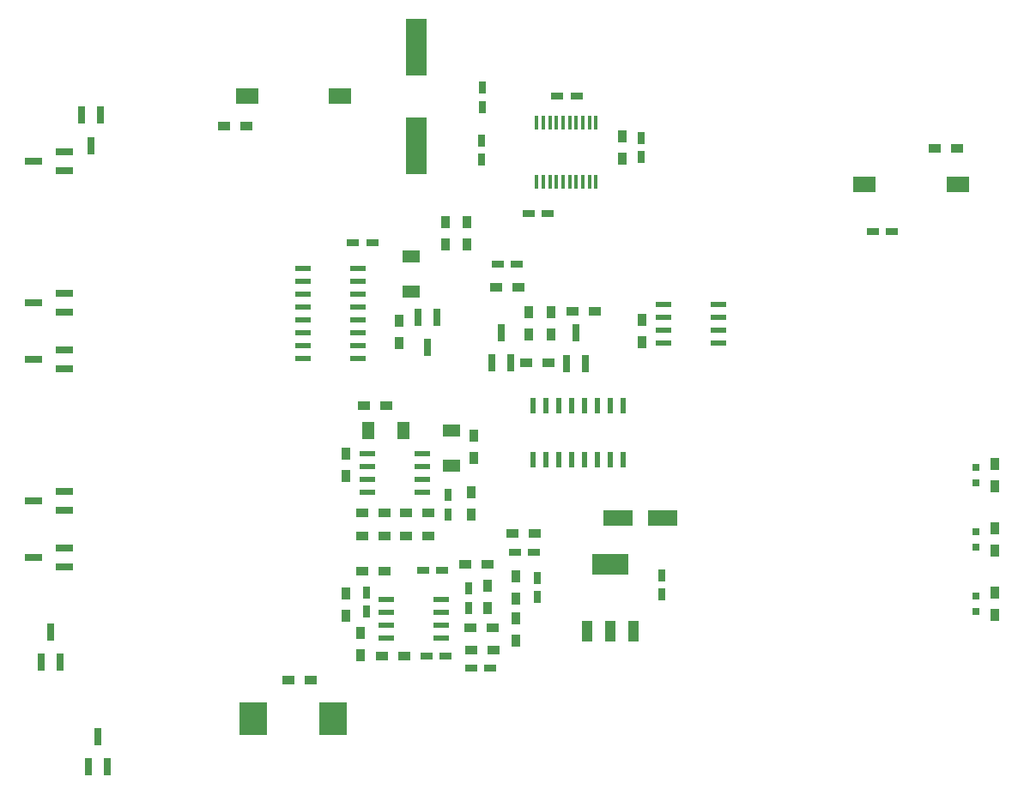
<source format=gbr>
G04 #@! TF.FileFunction,Paste,Top*
%FSLAX46Y46*%
G04 Gerber Fmt 4.6, Leading zero omitted, Abs format (unit mm)*
G04 Created by KiCad (PCBNEW 4.0.4-1.fc24-product) date Wed May 17 21:12:50 2017*
%MOMM*%
%LPD*%
G01*
G04 APERTURE LIST*
%ADD10C,0.100000*%
%ADD11R,0.900000X1.200000*%
%ADD12R,2.999740X1.600200*%
%ADD13R,2.100580X5.600700*%
%ADD14R,1.699260X1.300480*%
%ADD15R,1.300480X1.699260*%
%ADD16R,2.700000X3.200000*%
%ADD17R,1.200000X0.750000*%
%ADD18R,0.750000X1.200000*%
%ADD19R,0.797560X0.797560*%
%ADD20R,1.800860X0.800100*%
%ADD21R,0.800100X1.800860*%
%ADD22R,1.200000X0.900000*%
%ADD23R,3.657600X2.032000*%
%ADD24R,1.016000X2.032000*%
%ADD25R,1.550000X0.600000*%
%ADD26R,0.450000X1.450000*%
%ADD27R,0.600000X1.500000*%
%ADD28R,1.500000X0.600000*%
%ADD29R,2.180000X1.600000*%
G04 APERTURE END LIST*
D10*
D11*
X147955000Y-100500000D03*
X147955000Y-102700000D03*
D12*
X110792260Y-93129100D03*
X115191540Y-93129100D03*
D13*
X90881200Y-46662340D03*
X90881200Y-56360060D03*
D14*
X90322400Y-70787260D03*
X90322400Y-67287140D03*
X94361000Y-87983060D03*
X94361000Y-84482940D03*
D15*
X86133940Y-84455000D03*
X89634060Y-84455000D03*
D16*
X82690000Y-112903000D03*
X74790000Y-112903000D03*
D17*
X137805200Y-64884300D03*
X135905200Y-64884300D03*
X86522600Y-65989200D03*
X84622600Y-65989200D03*
X91506000Y-98298000D03*
X93406000Y-98298000D03*
X101920000Y-63042800D03*
X103820000Y-63042800D03*
X106690200Y-51460400D03*
X104790200Y-51460400D03*
X96255800Y-107975400D03*
X98155800Y-107975400D03*
X98872000Y-68046600D03*
X100772000Y-68046600D03*
D18*
X115062000Y-98795800D03*
X115062000Y-100695800D03*
X113030000Y-55615800D03*
X113030000Y-57515800D03*
X97332800Y-57744400D03*
X97332800Y-55844400D03*
X97383600Y-50662800D03*
X97383600Y-52562800D03*
D17*
X102486500Y-96520000D03*
X100586500Y-96520000D03*
D18*
X102819200Y-99024400D03*
X102819200Y-100924400D03*
X96012000Y-100078500D03*
X96012000Y-101978500D03*
X85953600Y-100459500D03*
X85953600Y-102359500D03*
D17*
X91861600Y-106743500D03*
X93761600Y-106743500D03*
D18*
X93980000Y-90871000D03*
X93980000Y-92771000D03*
D19*
X146050000Y-102349300D03*
X146050000Y-100850700D03*
X146050000Y-89649300D03*
X146050000Y-88150700D03*
X146050000Y-95999300D03*
X146050000Y-94500700D03*
D20*
X56111140Y-78420000D03*
X56111140Y-76520000D03*
X53108860Y-77470000D03*
X56111140Y-92390000D03*
X56111140Y-90490000D03*
X53108860Y-91440000D03*
D21*
X58486000Y-117706140D03*
X60386000Y-117706140D03*
X59436000Y-114703860D03*
D20*
X56111140Y-72832000D03*
X56111140Y-70932000D03*
X53108860Y-71882000D03*
D21*
X53850000Y-107373140D03*
X55750000Y-107373140D03*
X54800000Y-104370860D03*
X59751000Y-53362860D03*
X57851000Y-53362860D03*
X58801000Y-56365140D03*
D20*
X56111140Y-97978000D03*
X56111140Y-96078000D03*
X53108860Y-97028000D03*
X56111140Y-58862000D03*
X56111140Y-56962000D03*
X53108860Y-57912000D03*
D21*
X92898000Y-73276460D03*
X90998000Y-73276460D03*
X91948000Y-76278740D03*
X105679200Y-77853540D03*
X107579200Y-77853540D03*
X106629200Y-74851260D03*
X98313200Y-77802740D03*
X100213200Y-77802740D03*
X99263200Y-74800460D03*
D22*
X74112300Y-54457600D03*
X71912300Y-54457600D03*
X144229000Y-56642000D03*
X142029000Y-56642000D03*
D11*
X111201200Y-57665800D03*
X111201200Y-55465800D03*
X113157000Y-73576000D03*
X113157000Y-75776000D03*
D22*
X98722000Y-70358000D03*
X100922000Y-70358000D03*
X102573000Y-94615000D03*
X100373000Y-94615000D03*
D11*
X100711000Y-98849000D03*
X100711000Y-101049000D03*
X100647500Y-105240000D03*
X100647500Y-103040000D03*
D22*
X95674000Y-97663000D03*
X97874000Y-97663000D03*
X87495200Y-106794300D03*
X89695200Y-106794300D03*
D11*
X97917000Y-99801500D03*
X97917000Y-102001500D03*
X85394800Y-104475100D03*
X85394800Y-106675100D03*
D22*
X87764800Y-98399600D03*
X85564800Y-98399600D03*
X80475000Y-109093000D03*
X78275000Y-109093000D03*
D11*
X83921600Y-100601600D03*
X83921600Y-102801600D03*
D22*
X98445500Y-106172000D03*
X96245500Y-106172000D03*
X96182000Y-103949500D03*
X98382000Y-103949500D03*
D11*
X89204800Y-73677600D03*
X89204800Y-75877600D03*
X96520000Y-87206000D03*
X96520000Y-85006000D03*
X83947000Y-88984000D03*
X83947000Y-86784000D03*
X147955000Y-87800000D03*
X147955000Y-90000000D03*
X147955000Y-94150000D03*
X147955000Y-96350000D03*
X104140000Y-72814000D03*
X104140000Y-75014000D03*
X101981000Y-72814000D03*
X101981000Y-75014000D03*
X95885000Y-63924000D03*
X95885000Y-66124000D03*
X93726000Y-63924000D03*
X93726000Y-66124000D03*
D23*
X109982000Y-97739200D03*
D24*
X109982000Y-104343200D03*
X112268000Y-104343200D03*
X107696000Y-104343200D03*
D25*
X115283000Y-72009000D03*
X115283000Y-73279000D03*
X115283000Y-74549000D03*
X115283000Y-75819000D03*
X120683000Y-75819000D03*
X120683000Y-74549000D03*
X120683000Y-73279000D03*
X120683000Y-72009000D03*
D26*
X102739000Y-59973000D03*
X103389000Y-59973000D03*
X104039000Y-59973000D03*
X104689000Y-59973000D03*
X105339000Y-59973000D03*
X105989000Y-59973000D03*
X106639000Y-59973000D03*
X107289000Y-59973000D03*
X107939000Y-59973000D03*
X108589000Y-59973000D03*
X108589000Y-54073000D03*
X107939000Y-54073000D03*
X107289000Y-54073000D03*
X106639000Y-54073000D03*
X105989000Y-54073000D03*
X105339000Y-54073000D03*
X104689000Y-54073000D03*
X104039000Y-54073000D03*
X103389000Y-54073000D03*
X102739000Y-54073000D03*
D25*
X87927200Y-101130100D03*
X87927200Y-102400100D03*
X87927200Y-103670100D03*
X87927200Y-104940100D03*
X93327200Y-104940100D03*
X93327200Y-103670100D03*
X93327200Y-102400100D03*
X93327200Y-101130100D03*
D27*
X111252000Y-82009000D03*
X109982000Y-82009000D03*
X108712000Y-82009000D03*
X107442000Y-82009000D03*
X106172000Y-82009000D03*
X104902000Y-82009000D03*
X103632000Y-82009000D03*
X102362000Y-82009000D03*
X102362000Y-87409000D03*
X103632000Y-87409000D03*
X104902000Y-87409000D03*
X106172000Y-87409000D03*
X107442000Y-87409000D03*
X108712000Y-87409000D03*
X109982000Y-87409000D03*
X111252000Y-87409000D03*
D25*
X86073000Y-86741000D03*
X86073000Y-88011000D03*
X86073000Y-89281000D03*
X86073000Y-90551000D03*
X91473000Y-90551000D03*
X91473000Y-89281000D03*
X91473000Y-88011000D03*
X91473000Y-86741000D03*
D28*
X79723000Y-68453000D03*
X79723000Y-69723000D03*
X79723000Y-70993000D03*
X79723000Y-72263000D03*
X79723000Y-73533000D03*
X79723000Y-74803000D03*
X79723000Y-76073000D03*
X79723000Y-77343000D03*
X85123000Y-77343000D03*
X85123000Y-76073000D03*
X85123000Y-74803000D03*
X85123000Y-73533000D03*
X85123000Y-72263000D03*
X85123000Y-70993000D03*
X85123000Y-69723000D03*
X85123000Y-68453000D03*
D11*
X96266000Y-92794000D03*
X96266000Y-90594000D03*
D22*
X89832000Y-94932500D03*
X92032000Y-94932500D03*
X92032000Y-92646500D03*
X89832000Y-92646500D03*
X87714000Y-94932500D03*
X85514000Y-94932500D03*
X85514000Y-92646500D03*
X87714000Y-92646500D03*
X87904500Y-82042000D03*
X85704500Y-82042000D03*
X106240400Y-72694800D03*
X108440400Y-72694800D03*
X101719200Y-77825600D03*
X103919200Y-77825600D03*
D29*
X144302430Y-60200320D03*
X135097570Y-60195680D03*
X83367830Y-51475420D03*
X74162970Y-51470780D03*
M02*

</source>
